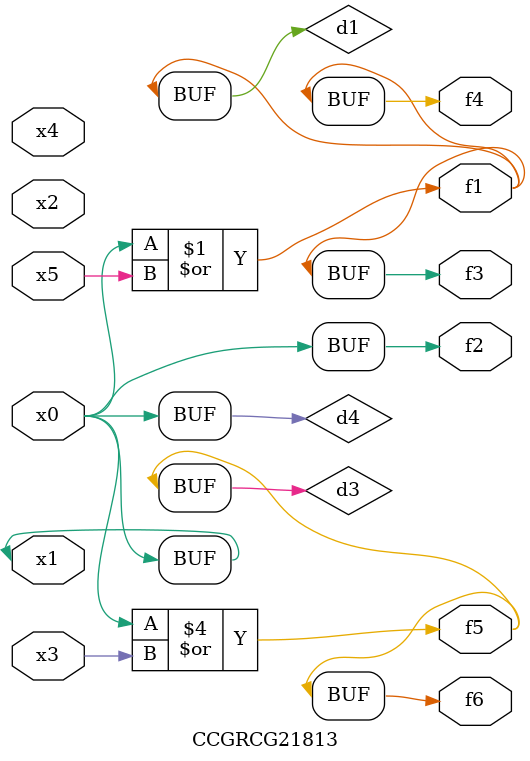
<source format=v>
module CCGRCG21813(
	input x0, x1, x2, x3, x4, x5,
	output f1, f2, f3, f4, f5, f6
);

	wire d1, d2, d3, d4;

	or (d1, x0, x5);
	xnor (d2, x1, x4);
	or (d3, x0, x3);
	buf (d4, x0, x1);
	assign f1 = d1;
	assign f2 = d4;
	assign f3 = d1;
	assign f4 = d1;
	assign f5 = d3;
	assign f6 = d3;
endmodule

</source>
